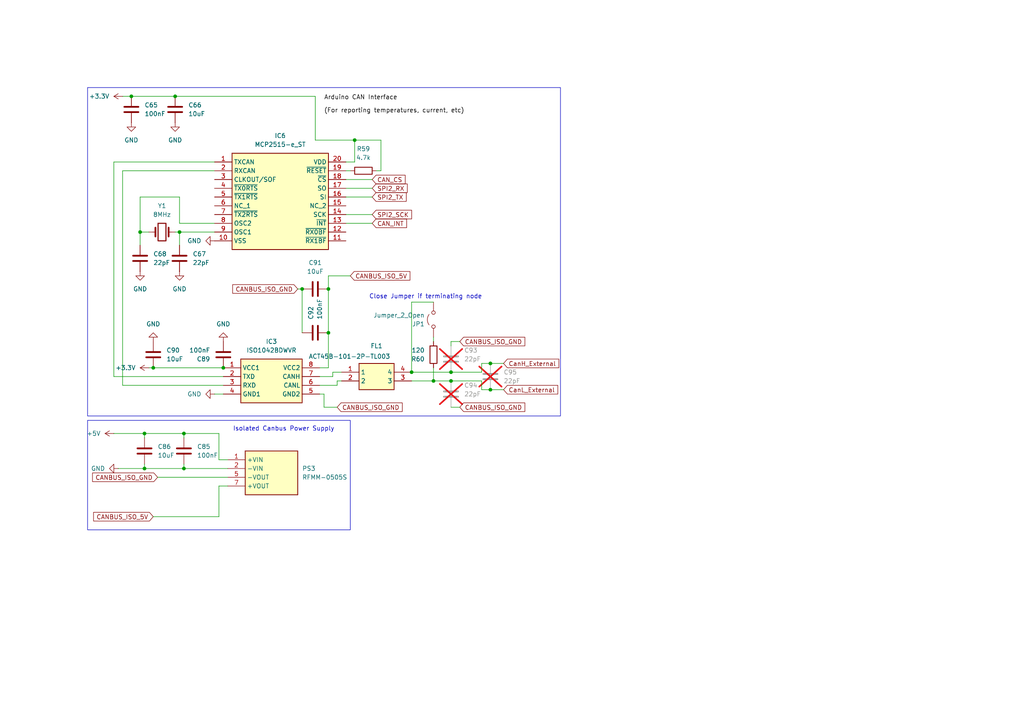
<source format=kicad_sch>
(kicad_sch (version 20250114) (generator "eeschema") (generator_version "9.0")
  (paper "A4")
  (lib_symbols
    (symbol "Device:C" (pin_numbers (hide yes)) (pin_names (offset 0.254))
      (property "Reference" "C" (at 0.635 2.54 0))
      (property "Value" "C" (at 0.635 -2.54 0))
      (symbol "C_0_1"
        (polyline (pts (xy -2.032 0.762) (xy 2.032 0.762)) (stroke (width 0.508)))
        (polyline (pts (xy -2.032 -0.762) (xy 2.032 -0.762)) (stroke (width 0.508)))
      )
      (symbol "C_1_1"
        (pin passive line (at 0 3.81 270) (length 2.794) (name "~") (number "1"))
        (pin passive line (at 0 -3.81 90) (length 2.794) (name "~") (number "2"))
      )
    )
    (symbol "Device:Crystal" (pin_numbers (hide yes)) (pin_names (offset 1.016) (hide yes))
      (property "Reference" "Y" (at 0 3.81 0))
      (property "Value" "Crystal" (at 0 -3.81 0))
      (symbol "Crystal_0_1"
        (polyline (pts (xy -2.54 0) (xy -1.905 0)))
        (polyline (pts (xy -1.905 -1.27) (xy -1.905 1.27)) (stroke (width 0.508)))
        (rectangle (start -1.143 2.54) (end 1.143 -2.54) (stroke (width 0.3048)))
        (polyline (pts (xy 1.905 -1.27) (xy 1.905 1.27)) (stroke (width 0.508)))
        (polyline (pts (xy 2.54 0) (xy 1.905 0)))
      )
      (symbol "Crystal_1_1"
        (pin passive line (at -3.81 0 0) (length 1.27) (name "1") (number "1"))
        (pin passive line (at 3.81 0 180) (length 1.27) (name "2") (number "2"))
      )
    )
    (symbol "Device:R" (pin_numbers (hide yes)) (pin_names (offset 0))
      (property "Reference" "R" (at 2.032 0 90))
      (property "Value" "R" (at 0 0 90))
      (symbol "R_0_1"
        (rectangle (start -1.016 -2.54) (end 1.016 2.54) (stroke (width 0.254)))
      )
      (symbol "R_1_1"
        (pin passive line (at 0 3.81 270) (length 1.27) (name "~") (number "1"))
        (pin passive line (at 0 -3.81 90) (length 1.27) (name "~") (number "2"))
      )
    )
    (symbol "InverterCom:ACT45B-101-2P-TL003"
      (property "Reference" "FL" (at 16.51 7.62 0))
      (property "Value" "ACT45B-101-2P-TL003" (at 16.51 5.08 0))
      (symbol "ACT45B-101-2P-TL003_1_1"
        (rectangle (start 5.08 2.54) (end 15.24 -5.08) (stroke (width 0.254)) (fill (type background)))
        (pin passive line (at 0 0 0) (length 5.08) (name "1") (number "1"))
        (pin passive line (at 0 -2.54 0) (length 5.08) (name "2") (number "2"))
        (pin passive line (at 20.32 0 180) (length 5.08) (name "4") (number "4"))
        (pin passive line (at 20.32 -2.54 180) (length 5.08) (name "3") (number "3"))
      )
    )
    (symbol "InverterCom:ISO1042BDWVR"
      (property "Reference" "IC" (at 24.13 7.62 0))
      (property "Value" "ISO1042BDWVR" (at 24.13 5.08 0))
      (symbol "ISO1042BDWVR_1_1"
        (rectangle (start 5.08 2.54) (end 22.86 -10.16) (stroke (width 0.254)) (fill (type background)))
        (pin passive line (at 0 0 0) (length 5.08) (name "VCC1") (number "1"))
        (pin passive line (at 0 -2.54 0) (length 5.08) (name "TXD") (number "2"))
        (pin passive line (at 0 -5.08 0) (length 5.08) (name "RXD") (number "3"))
        (pin passive line (at 0 -7.62 0) (length 5.08) (name "GND1") (number "4"))
        (pin passive line (at 27.94 0 180) (length 5.08) (name "VCC2") (number "8"))
        (pin passive line (at 27.94 -2.54 180) (length 5.08) (name "CANH") (number "7"))
        (pin passive line (at 27.94 -5.08 180) (length 5.08) (name "CANL") (number "6"))
        (pin passive line (at 27.94 -7.62 180) (length 5.08) (name "GND2") (number "5"))
      )
    )
    (symbol "InverterCom:MCP2515-e_ST"
      (property "Reference" "IC" (at 34.29 7.62 0))
      (property "Value" "MCP2515-e_ST" (at 34.29 5.08 0))
      (symbol "MCP2515-e_ST_1_1"
        (rectangle (start 5.08 2.54) (end 33.02 -25.4) (stroke (width 0.254)) (fill (type background)))
        (pin passive line (at 0 0 0) (length 5.08) (name "TXCAN") (number "1"))
        (pin passive line (at 0 -2.54 0) (length 5.08) (name "RXCAN") (number "2"))
        (pin passive line (at 0 -5.08 0) (length 5.08) (name "CLKOUT/SOF") (number "3"))
        (pin passive line (at 0 -7.62 0) (length 5.08) (name "~{TX0RTS}") (number "4"))
        (pin passive line (at 0 -10.16 0) (length 5.08) (name "~{TX1RTS}") (number "5"))
        (pin passive line (at 0 -12.7 0) (length 5.08) (name "NC_1") (number "6"))
        (pin passive line (at 0 -15.24 0) (length 5.08) (name "~{TX2RTS}") (number "7"))
        (pin passive line (at 0 -17.78 0) (length 5.08) (name "OSC2") (number "8"))
        (pin passive line (at 0 -20.32 0) (length 5.08) (name "OSC1") (number "9"))
        (pin passive line (at 0 -22.86 0) (length 5.08) (name "VSS") (number "10"))
        (pin passive line (at 38.1 0 180) (length 5.08) (name "VDD") (number "20"))
        (pin passive line (at 38.1 -2.54 180) (length 5.08) (name "~{RESET}") (number "19"))
        (pin passive line (at 38.1 -5.08 180) (length 5.08) (name "~{CS}") (number "18"))
        (pin passive line (at 38.1 -7.62 180) (length 5.08) (name "SO") (number "17"))
        (pin passive line (at 38.1 -10.16 180) (length 5.08) (name "SI") (number "16"))
        (pin passive line (at 38.1 -12.7 180) (length 5.08) (name "NC_2") (number "15"))
        (pin passive line (at 38.1 -15.24 180) (length 5.08) (name "SCK") (number "14"))
        (pin passive line (at 38.1 -17.78 180) (length 5.08) (name "~{INT}") (number "13"))
        (pin passive line (at 38.1 -20.32 180) (length 5.08) (name "~{RX0BF}") (number "12"))
        (pin passive line (at 38.1 -22.86 180) (length 5.08) (name "~{RX1BF}") (number "11"))
      )
    )
    (symbol "InverterCom:RFMM-0505S"
      (property "Reference" "PS" (at 21.59 7.62 0))
      (property "Value" "RFMM-0505S" (at 21.59 5.08 0))
      (symbol "RFMM-0505S_1_1"
        (rectangle (start 5.08 2.54) (end 20.32 -10.16) (stroke (width 0.254)) (fill (type background)))
        (pin passive line (at 0 0 0) (length 5.08) (name "+VIN") (number "1"))
        (pin passive line (at 0 -2.54 0) (length 5.08) (name "-VIN") (number "2"))
        (pin passive line (at 0 -5.08 0) (length 5.08) (name "-VOUT") (number "5"))
        (pin passive line (at 0 -7.62 0) (length 5.08) (name "+VOUT") (number "7"))
      )
    )
    (symbol "Jumper:Jumper_2_Open" (pin_numbers (hide yes)) (pin_names (offset 0) (hide yes)) (exclude_from_sim yes)
      (property "Reference" "JP" (at 0 2.794 0))
      (property "Value" "Jumper_2_Open" (at 0 -2.286 0))
      (symbol "Jumper_2_Open_0_0"
        (circle (center -2.032 0) (radius 0.508))
        (circle (center 2.032 0) (radius 0.508))
      )
      (symbol "Jumper_2_Open_0_1"
        (arc (start -1.524 1.27) (mid 0 1.778) (end 1.524 1.27))
      )
      (symbol "Jumper_2_Open_1_1"
        (pin passive line (at -5.08 0 0) (length 2.54) (name "A") (number "1"))
        (pin passive line (at 5.08 0 180) (length 2.54) (name "B") (number "2"))
      )
    )
    (symbol "power:+3.3V" (power) (pin_numbers (hide yes)) (pin_names (offset 0) (hide yes))
      (property "Value" "+3.3V" (at 0 3.556 0))
      (symbol "+3.3V_0_1"
        (polyline (pts (xy -0.762 1.27) (xy 0 2.54)))
        (polyline (pts (xy 0 2.54) (xy 0.762 1.27)))
        (polyline (pts (xy 0 0) (xy 0 2.54)))
      )
      (symbol "+3.3V_1_1"
        (pin power_in line (at 0 0 90) (length 0) (name "~") (number "1"))
      )
    )
    (symbol "power:+5V" (power) (pin_numbers (hide yes)) (pin_names (offset 0) (hide yes))
      (property "Value" "+5V" (at 0 3.556 0))
      (symbol "+5V_0_1"
        (polyline (pts (xy -0.762 1.27) (xy 0 2.54)))
        (polyline (pts (xy 0 2.54) (xy 0.762 1.27)))
        (polyline (pts (xy 0 0) (xy 0 2.54)))
      )
      (symbol "+5V_1_1"
        (pin power_in line (at 0 0 90) (length 0) (name "~") (number "1"))
      )
    )
    (symbol "power:GND" (power) (pin_numbers (hide yes)) (pin_names (offset 0) (hide yes))
      (property "Value" "GND" (at 0 -3.81 0))
      (symbol "GND_0_1"
        (polyline (pts (xy 0 0) (xy 0 -1.27) (xy 1.27 -1.27) (xy 0 -2.54) (xy -1.27 -1.27) (xy 0 -1.27)))
      )
      (symbol "GND_1_1"
        (pin power_in line (at 0 0 270) (length 0) (name "~") (number "1"))
      )
    )
  )
  (rectangle (start 25.4 25.4) (end 162.56 120.65))
  (rectangle (start 25.4 121.92) (end 101.6 153.67))
  (text "Close Jumper if terminating node\n" (at 123.444 86.106 0) (effects (font (size 1.27 1.27))))
  (text "Isolated Canbus Power Supply\n" (at 82.296 124.46 0) (effects (font (size 1.27 1.27))))
  (junction (at 44.45 106.68))
  (junction (at 142.24 113.03))
  (junction (at 40.64 67.31))
  (junction (at 119.38 107.95))
  (junction (at 95.25 96.52))
  (junction (at 53.34 135.89))
  (junction (at 142.24 105.41))
  (junction (at 53.34 125.73))
  (junction (at 125.73 110.49))
  (junction (at 50.8 27.94))
  (junction (at 41.91 135.89))
  (junction (at 41.91 125.73))
  (junction (at 130.81 110.49))
  (junction (at 102.87 40.64))
  (junction (at 130.81 107.95))
  (junction (at 87.63 83.82))
  (junction (at 64.77 106.68))
  (junction (at 38.1 27.94))
  (junction (at 52.07 67.31))
  (junction (at 95.25 83.82))
  (wire (pts (xy 110.49 40.64) (xy 102.87 40.64)))
  (wire (pts (xy 97.79 111.76) (xy 92.71 111.76)))
  (wire (pts (xy 63.5 125.73) (xy 63.5 133.35)))
  (wire (pts (xy 139.7 113.03) (xy 142.24 113.03)))
  (wire (pts (xy 41.91 135.89) (xy 53.34 135.89)))
  (wire (pts (xy 100.33 62.23) (xy 107.95 62.23)))
  (wire (pts (xy 100.33 46.99) (xy 102.87 46.99)))
  (wire (pts (xy 95.25 83.82) (xy 95.25 96.52)))
  (wire (pts (xy 96.52 107.95) (xy 96.52 109.22)))
  (wire (pts (xy 53.34 125.73) (xy 63.5 125.73)))
  (wire (pts (xy 53.34 134.62) (xy 53.34 135.89)))
  (wire (pts (xy 35.56 111.76) (xy 64.77 111.76)))
  (wire (pts (xy 44.45 149.86) (xy 63.5 149.86)))
  (wire (pts (xy 35.56 49.53) (xy 35.56 111.76)))
  (wire (pts (xy 41.91 125.73) (xy 53.34 125.73)))
  (wire (pts (xy 35.56 49.53) (xy 62.23 49.53)))
  (wire (pts (xy 35.56 27.94) (xy 38.1 27.94)))
  (wire (pts (xy 96.52 109.22) (xy 92.71 109.22)))
  (wire (pts (xy 97.79 110.49) (xy 97.79 111.76)))
  (wire (pts (xy 101.6 80.01) (xy 95.25 80.01)))
  (wire (pts (xy 93.98 114.3) (xy 92.71 114.3)))
  (wire (pts (xy 95.25 106.68) (xy 92.71 106.68)))
  (wire (pts (xy 139.7 113.03) (xy 139.7 110.49)))
  (wire (pts (xy 34.29 135.89) (xy 41.91 135.89)))
  (wire (pts (xy 93.98 118.11) (xy 93.98 114.3)))
  (wire (pts (xy 100.33 49.53) (xy 101.6 49.53)))
  (wire (pts (xy 125.73 97.79) (xy 125.73 99.06)))
  (wire (pts (xy 44.45 106.68) (xy 64.77 106.68)))
  (wire (pts (xy 130.81 99.06) (xy 130.81 100.33)))
  (wire (pts (xy 100.33 64.77) (xy 107.95 64.77)))
  (wire (pts (xy 41.91 134.62) (xy 41.91 135.89)))
  (wire (pts (xy 125.73 87.63) (xy 119.38 87.63)))
  (wire (pts (xy 62.23 64.77) (xy 52.07 64.77)))
  (wire (pts (xy 102.87 46.99) (xy 102.87 40.64)))
  (wire (pts (xy 52.07 64.77) (xy 52.07 57.15)))
  (wire (pts (xy 97.79 118.11) (xy 93.98 118.11)))
  (wire (pts (xy 139.7 105.41) (xy 139.7 107.95)))
  (wire (pts (xy 91.44 27.94) (xy 50.8 27.94)))
  (wire (pts (xy 40.64 67.31) (xy 40.64 71.12)))
  (wire (pts (xy 100.33 52.07) (xy 107.95 52.07)))
  (wire (pts (xy 125.73 110.49) (xy 130.81 110.49)))
  (wire (pts (xy 142.24 105.41) (xy 146.05 105.41)))
  (wire (pts (xy 38.1 27.94) (xy 50.8 27.94)))
  (wire (pts (xy 119.38 107.95) (xy 130.81 107.95)))
  (wire (pts (xy 45.72 138.43) (xy 66.04 138.43)))
  (wire (pts (xy 96.52 107.95) (xy 99.06 107.95)))
  (wire (pts (xy 63.5 140.97) (xy 63.5 149.86)))
  (wire (pts (xy 139.7 105.41) (xy 142.24 105.41)))
  (wire (pts (xy 119.38 110.49) (xy 125.73 110.49)))
  (wire (pts (xy 33.02 46.99) (xy 33.02 109.22)))
  (wire (pts (xy 91.44 40.64) (xy 91.44 27.94)))
  (wire (pts (xy 100.33 57.15) (xy 107.95 57.15)))
  (wire (pts (xy 62.23 114.3) (xy 64.77 114.3)))
  (wire (pts (xy 52.07 67.31) (xy 62.23 67.31)))
  (wire (pts (xy 130.81 110.49) (xy 139.7 110.49)))
  (wire (pts (xy 50.8 67.31) (xy 52.07 67.31)))
  (wire (pts (xy 95.25 80.01) (xy 95.25 83.82)))
  (wire (pts (xy 86.36 83.82) (xy 87.63 83.82)))
  (wire (pts (xy 100.33 54.61) (xy 107.95 54.61)))
  (wire (pts (xy 53.34 125.73) (xy 53.34 127)))
  (wire (pts (xy 110.49 49.53) (xy 110.49 40.64)))
  (wire (pts (xy 43.18 106.68) (xy 44.45 106.68)))
  (wire (pts (xy 130.81 118.11) (xy 133.35 118.11)))
  (wire (pts (xy 97.79 110.49) (xy 99.06 110.49)))
  (wire (pts (xy 53.34 135.89) (xy 66.04 135.89)))
  (wire (pts (xy 63.5 133.35) (xy 66.04 133.35)))
  (wire (pts (xy 66.04 140.97) (xy 63.5 140.97)))
  (wire (pts (xy 33.02 109.22) (xy 64.77 109.22)))
  (wire (pts (xy 95.25 96.52) (xy 95.25 106.68)))
  (wire (pts (xy 130.81 107.95) (xy 139.7 107.95)))
  (wire (pts (xy 125.73 106.68) (xy 125.73 110.49)))
  (wire (pts (xy 142.24 113.03) (xy 146.05 113.03)))
  (wire (pts (xy 133.35 99.06) (xy 130.81 99.06)))
  (wire (pts (xy 40.64 57.15) (xy 40.64 67.31)))
  (wire (pts (xy 52.07 57.15) (xy 40.64 57.15)))
  (wire (pts (xy 119.38 87.63) (xy 119.38 107.95)))
  (wire (pts (xy 52.07 71.12) (xy 52.07 67.31)))
  (wire (pts (xy 33.02 125.73) (xy 41.91 125.73)))
  (wire (pts (xy 109.22 49.53) (xy 110.49 49.53)))
  (wire (pts (xy 91.44 40.64) (xy 102.87 40.64)))
  (wire (pts (xy 87.63 83.82) (xy 87.63 96.52)))
  (wire (pts (xy 33.02 46.99) (xy 62.23 46.99)))
  (wire (pts (xy 40.64 67.31) (xy 43.18 67.31)))
  (wire (pts (xy 41.91 125.73) (xy 41.91 127)))
  (label "(For reporting temperatures, current, etc)" (at 93.98 33.02 0))
  (label "Arduino CAN Interface" (at 93.98 29.21 0))
  (global_label "CANBUS_ISO_GND" (shape input) (at 133.35 99.06 0) (property "Intersheetrefs" "${INTERSHEET_REFS}" (effects (hide yes))))
  (global_label "CAN_INT" (shape input) (at 107.95 64.77 0) (property "Intersheetrefs" "${INTERSHEET_REFS}" (effects (hide yes))))
  (global_label "CanL_External" (shape input) (at 146.05 113.03 0) (property "Intersheetrefs" "${INTERSHEET_REFS}" (effects (hide yes))))
  (global_label "SPI2_TX" (shape input) (at 107.95 57.15 0) (property "Intersheetrefs" "${INTERSHEET_REFS}" (effects (hide yes))))
  (global_label "CANBUS_ISO_5V" (shape input) (at 44.45 149.86 180) (property "Intersheetrefs" "${INTERSHEET_REFS}" (effects (hide yes))))
  (global_label "CANBUS_ISO_GND" (shape input) (at 45.72 138.43 180) (property "Intersheetrefs" "${INTERSHEET_REFS}" (effects (hide yes))))
  (global_label "CANBUS_ISO_GND" (shape input) (at 86.36 83.82 180) (property "Intersheetrefs" "${INTERSHEET_REFS}" (effects (hide yes))))
  (global_label "SPI2_RX" (shape input) (at 107.95 54.61 0) (property "Intersheetrefs" "${INTERSHEET_REFS}" (effects (hide yes))))
  (global_label "CANBUS_ISO_GND" (shape input) (at 97.79 118.11 0) (property "Intersheetrefs" "${INTERSHEET_REFS}" (effects (hide yes))))
  (global_label "CANBUS_ISO_5V" (shape input) (at 101.6 80.01 0) (property "Intersheetrefs" "${INTERSHEET_REFS}" (effects (hide yes))))
  (global_label "SPI2_SCK" (shape input) (at 107.95 62.23 0) (property "Intersheetrefs" "${INTERSHEET_REFS}" (effects (hide yes))))
  (global_label "CANBUS_ISO_GND" (shape input) (at 133.35 118.11 0) (property "Intersheetrefs" "${INTERSHEET_REFS}" (effects (hide yes))))
  (global_label "CAN_CS" (shape input) (at 107.95 52.07 0) (property "Intersheetrefs" "${INTERSHEET_REFS}" (effects (hide yes))))
  (global_label "CanH_External" (shape input) (at 146.05 105.41 0) (property "Intersheetrefs" "${INTERSHEET_REFS}" (effects (hide yes))))
  (symbol (lib_id "power:GND") (at 64.77 99.06 180) (unit 1)
    (property "Reference" "#PWR089" (effects (hide yes)))
    (property "Value" "GND" (at 64.77 93.98 0))
    (property "Description" "Power symbol creates a global label with name \"GND\" , ground" (effects (hide yes)))
  )
  (symbol (lib_id "power:GND") (at 52.07 78.74 0) (unit 1)
    (property "Reference" "#PWR083" (effects (hide yes)))
    (property "Value" "GND" (at 52.07 83.82 0))
    (property "Description" "Power symbol creates a global label with name \"GND\" , ground" (effects (hide yes)))
  )
  (symbol (lib_id "power:GND") (at 34.29 135.89 270) (unit 1)
    (property "Reference" "#PWR0103" (effects (hide yes)))
    (property "Value" "GND" (at 30.48 135.8899 90) (effects (justify right)))
    (property "Description" "Power symbol creates a global label with name \"GND\" , ground" (effects (hide yes)))
  )
  (symbol (lib_id "power:+3.3V") (at 43.18 106.68 90) (unit 1)
    (property "Reference" "#PWR04" (effects (hide yes)))
    (property "Value" "+3.3V" (at 39.37 106.6799 90) (effects (justify left)))
    (property "Description" "Power symbol creates a global label with name \"+3.3V\"" (effects (hide yes)))
  )
  (symbol (lib_id "Device:Crystal") (at 46.99 67.31 0) (unit 1)
    (property "Reference" "Y1" (at 46.99 59.69 0))
    (property "Value" "8MHz" (at 46.99 62.23 0))
    (property "Footprint" "Crystal:Crystal_HC49-4H_Vertical" (effects (hide yes)))
    (property "Description" "Two pin crystal" (effects (hide yes)))
  )
  (symbol (lib_id "Device:R") (at 125.73 102.87 0) (unit 1)
    (property "Reference" "R60" (at 123.19 104.1401 0) (effects (justify right)))
    (property "Value" "120" (at 123.19 101.6001 0) (effects (justify right)))
    (property "Footprint" "Resistor_SMD:R_1210_3225Metric_Pad1.30x2.65mm_HandSolder" (effects (hide yes)))
    (property "Description" "Resistor" (effects (hide yes)))
  )
  (symbol (lib_id "Device:C") (at 130.81 114.3 0) (unit 1) (dnp yes)
    (property "Reference" "C94" (at 134.62 111.7599 0) (effects (justify left)))
    (property "Value" "22pF" (at 134.62 114.2999 0) (effects (justify left)))
    (property "Footprint" "Capacitor_SMD:C_1210_3225Metric_Pad1.33x2.70mm_HandSolder" (effects (hide yes)))
    (property "Description" "Unpolarized capacitor" (effects (hide yes)))
  )
  (symbol (lib_id "power:GND") (at 50.8 35.56 0) (unit 1)
    (property "Reference" "#PWR081" (effects (hide yes)))
    (property "Value" "GND" (at 50.8 40.64 0))
    (property "Description" "Power symbol creates a global label with name \"GND\" , ground" (effects (hide yes)))
  )
  (symbol (lib_id "Device:C") (at 38.1 31.75 0) (unit 1)
    (property "Reference" "C65" (at 41.91 30.4799 0) (effects (justify left)))
    (property "Value" "100nF" (at 41.91 33.02 0) (effects (justify left)))
    (property "Footprint" "Capacitor_SMD:C_1210_3225Metric_Pad1.33x2.70mm_HandSolder" (effects (hide yes)))
    (property "Description" "Unpolarized capacitor" (effects (hide yes)))
  )
  (symbol (lib_id "power:+3.3V") (at 35.56 27.94 90) (unit 1)
    (property "Reference" "#PWR03" (effects (hide yes)))
    (property "Value" "+3.3V" (at 31.75 27.9399 90) (effects (justify left)))
    (property "Description" "Power symbol creates a global label with name \"+3.3V\"" (effects (hide yes)))
  )
  (symbol (lib_id "InverterCom:ISO1042BDWVR") (at 64.77 106.68 0) (unit 1)
    (property "Reference" "IC3" (at 78.74 99.06 0))
    (property "Value" "ISO1042BDWVR" (at 78.74 101.6 0))
    (property "Footprint" "InverterCom:SOIC127P1150X280-8N" (effects (hide yes)))
    (property "Datasheet" "http://www.ti.com/lit/gpn/ISO1042" (effects (hide yes)))
    (property "Description" "Isolated CAN Transceiver With 70-V Bus Fault Protection and Flexible Data Rate" (effects (hide yes)))
    (property "Height" "2.8" (effects (hide yes)))
    (property "Mouser Part Number" "595-ISO1042BDWVR" (effects (hide yes)))
    (property "Mouser Price/Stock" "https://www.mouser.co.uk/ProductDetail/Texas-Instruments/ISO1042BDWVR?qs=qSfuJ%252Bfl%2Fd68DAhWt0GTEQ%3D%3D" (effects (hide yes)))
    (property "Manufacturer_Name" "Texas Instruments" (effects (hide yes)))
    (property "Manufacturer_Part_Number" "ISO1042BDWVR" (effects (hide yes)))
  )
  (symbol (lib_id "power:GND") (at 62.23 69.85 270) (unit 1)
    (property "Reference" "#PWR082" (effects (hide yes)))
    (property "Value" "GND" (at 58.42 69.8499 90) (effects (justify right)))
    (property "Description" "Power symbol creates a global label with name \"GND\" , ground" (effects (hide yes)))
  )
  (symbol (lib_id "InverterCom:MCP2515-e_ST") (at 62.23 46.99 0) (unit 1)
    (property "Reference" "IC6" (at 81.28 39.37 0))
    (property "Value" "MCP2515-e_ST" (at 81.28 41.91 0))
    (property "Footprint" "InverterCom:SOP65P640X120-20N" (effects (hide yes)))
    (property "Datasheet" "https://datasheet.datasheetarchive.com/originals/distributors/SFDatasheet-4/sf-00090060.pdf" (effects (hide yes)))
    (property "Description" "CAN controller with SPI, 125 degC" (effects (hide yes)))
    (property "Height" "1.2" (effects (hide yes)))
    (property "Mouser Part Number" "579-MCP2515-E/ST" (effects (hide yes)))
    (property "Mouser Price/Stock" "https://www.mouser.co.uk/ProductDetail/Microchip-Technology/MCP2515-E-ST?qs=y1t9dHv1DsIvDWDHTyyG6w%3D%3D" (effects (hide yes)))
    (property "Manufacturer_Name" "Microchip" (effects (hide yes)))
    (property "Manufacturer_Part_Number" "MCP2515-e/ST" (effects (hide yes)))
  )
  (symbol (lib_id "Device:C") (at 50.8 31.75 0) (unit 1)
    (property "Reference" "C66" (at 54.61 30.4799 0) (effects (justify left)))
    (property "Value" "10uF" (at 54.61 33.0199 0) (effects (justify left)))
    (property "Footprint" "Capacitor_SMD:C_1210_3225Metric_Pad1.33x2.70mm_HandSolder" (effects (hide yes)))
    (property "Description" "Unpolarized capacitor" (effects (hide yes)))
  )
  (symbol (lib_id "Device:C") (at 91.44 83.82 270) (unit 1)
    (property "Reference" "C91" (at 91.44 76.2 90))
    (property "Value" "10uF" (at 91.44 78.74 90))
    (property "Footprint" "Capacitor_SMD:C_1210_3225Metric_Pad1.33x2.70mm_HandSolder" (effects (hide yes)))
    (property "Description" "Unpolarized capacitor" (effects (hide yes)))
  )
  (symbol (lib_id "Jumper:Jumper_2_Open") (at 125.73 92.71 90) (unit 1) (exclude_from_sim yes)
    (property "Reference" "JP1" (at 123.19 93.9801 90) (effects (justify left)))
    (property "Value" "Jumper_2_Open" (at 123.19 91.4401 90) (effects (justify left)))
    (property "Footprint" "Connector_PinHeader_2.54mm:PinHeader_1x02_P2.54mm_Vertical" (effects (hide yes)))
    (property "Description" "Jumper, 2-pole, open" (effects (hide yes)))
  )
  (symbol (lib_id "Device:C") (at 52.07 74.93 0) (unit 1)
    (property "Reference" "C67" (at 55.88 73.6599 0) (effects (justify left)))
    (property "Value" "22pF" (at 55.88 76.1999 0) (effects (justify left)))
    (property "Footprint" "Capacitor_SMD:C_1210_3225Metric_Pad1.33x2.70mm_HandSolder" (effects (hide yes)))
    (property "Description" "Unpolarized capacitor" (effects (hide yes)))
  )
  (symbol (lib_id "power:GND") (at 38.1 35.56 0) (unit 1)
    (property "Reference" "#PWR080" (effects (hide yes)))
    (property "Value" "GND" (at 38.1 40.64 0))
    (property "Description" "Power symbol creates a global label with name \"GND\" , ground" (effects (hide yes)))
  )
  (symbol (lib_id "Device:C") (at 130.81 104.14 0) (unit 1) (dnp yes)
    (property "Reference" "C93" (at 134.62 101.5999 0) (effects (justify left)))
    (property "Value" "22pF" (at 134.62 104.1399 0) (effects (justify left)))
    (property "Footprint" "Capacitor_SMD:C_1210_3225Metric_Pad1.33x2.70mm_HandSolder" (effects (hide yes)))
    (property "Description" "Unpolarized capacitor" (effects (hide yes)))
  )
  (symbol (lib_id "Device:C") (at 91.44 96.52 90) (unit 1)
    (property "Reference" "C92" (at 90.1699 92.71 0) (effects (justify left)))
    (property "Value" "100nF" (at 92.71 92.71 0) (effects (justify left)))
    (property "Footprint" "Capacitor_SMD:C_1210_3225Metric_Pad1.33x2.70mm_HandSolder" (effects (hide yes)))
    (property "Description" "Unpolarized capacitor" (effects (hide yes)))
  )
  (symbol (lib_id "InverterCom:RFMM-0505S") (at 66.04 133.35 0) (unit 1)
    (property "Reference" "PS3" (at 87.63 135.8899 0) (effects (justify left)))
    (property "Value" "RFMM-0505S" (at 87.63 138.4299 0) (effects (justify left)))
    (property "Footprint" "InverterCom:RFMM0505S" (effects (hide yes)))
    (property "Datasheet" "https://www.recom-power.com/pdf/Econoline/RFMM.pdf" (effects (hide yes)))
    (property "Description" "Isolated DC/DC Converters 1W 5Vin 5Vout 200mA SIP7" (effects (hide yes)))
    (property "Height" "10.7" (effects (hide yes)))
    (property "Mouser Part Number" "919-RFMM-0505S" (effects (hide yes)))
    (property "Mouser Price/Stock" "https://www.mouser.co.uk/ProductDetail/RECOM-Power/RFMM-0505S?qs=lYGu3FyN48cLA%2FDlNgurmw%3D%3D" (effects (hide yes)))
    (property "Manufacturer_Name" "RECOM Power" (effects (hide yes)))
    (property "Manufacturer_Part_Number" "RFMM-0505S" (effects (hide yes)))
  )
  (symbol (lib_id "power:+5V") (at 33.02 125.73 90) (unit 1)
    (property "Reference" "#PWR022" (effects (hide yes)))
    (property "Value" "+5V" (at 29.21 125.7299 90) (effects (justify left)))
    (property "Description" "Power symbol creates a global label with name \"+5V\"" (effects (hide yes)))
  )
  (symbol (lib_id "Device:C") (at 40.64 74.93 0) (unit 1)
    (property "Reference" "C68" (at 44.45 73.6599 0) (effects (justify left)))
    (property "Value" "22pF" (at 44.45 76.1999 0) (effects (justify left)))
    (property "Footprint" "Capacitor_SMD:C_1210_3225Metric_Pad1.33x2.70mm_HandSolder" (effects (hide yes)))
    (property "Description" "Unpolarized capacitor" (effects (hide yes)))
  )
  (symbol (lib_id "Device:C") (at 53.34 130.81 0) (unit 1)
    (property "Reference" "C85" (at 57.15 129.5399 0) (effects (justify left)))
    (property "Value" "100nF" (at 57.15 132.0799 0) (effects (justify left)))
    (property "Footprint" "Capacitor_SMD:C_1210_3225Metric_Pad1.33x2.70mm_HandSolder" (effects (hide yes)))
    (property "Description" "Unpolarized capacitor" (effects (hide yes)))
  )
  (symbol (lib_id "InverterCom:ACT45B-101-2P-TL003") (at 99.06 107.95 0) (unit 1)
    (property "Reference" "FL1" (at 109.22 100.33 0))
    (property "Value" "ACT45B-101-2P-TL003" (at 101.346 103.378 0))
    (property "Footprint" "InverterCom:ACT45B1012PTL003" (effects (hide yes)))
    (property "Datasheet" "https://product.tdk.com/system/files/dam/doc/product/emc/emc/cmf_cmc/catalog/cmf_automotive_signal_act45b_en.pdf" (effects (hide yes)))
    (property "Description" "Common Mode Filters / Chokes, |Z|=5800 at 10MHz, L x W x T :" (effects (hide yes)))
    (property "Height" "3" (effects (hide yes)))
    (property "Mouser Part Number" "810-ACT45B1012PTL003" (effects (hide yes)))
    (property "Mouser Price/Stock" "https://www.mouser.co.uk/ProductDetail/TDK/ACT45B-101-2P-TL003?qs=SKgu1TwNDxoLFWvwfqJuJA%3D%3D" (effects (hide yes)))
    (property "Manufacturer_Name" "TDK" (effects (hide yes)))
    (property "Manufacturer_Part_Number" "ACT45B-101-2P-TL003" (effects (hide yes)))
  )
  (symbol (lib_id "power:GND") (at 44.45 99.06 180) (unit 1)
    (property "Reference" "#PWR090" (effects (hide yes)))
    (property "Value" "GND" (at 44.45 93.98 0))
    (property "Description" "Power symbol creates a global label with name \"GND\" , ground" (effects (hide yes)))
  )
  (symbol (lib_id "power:GND") (at 62.23 114.3 270) (unit 1)
    (property "Reference" "#PWR086" (effects (hide yes)))
    (property "Value" "GND" (at 58.42 114.2999 90) (effects (justify right)))
    (property "Description" "Power symbol creates a global label with name \"GND\" , ground" (effects (hide yes)))
  )
  (symbol (lib_id "Device:C") (at 44.45 102.87 0) (unit 1)
    (property "Reference" "C90" (at 48.26 101.5999 0) (effects (justify left)))
    (property "Value" "10uF" (at 48.26 104.1399 0) (effects (justify left)))
    (property "Footprint" "Capacitor_SMD:C_1210_3225Metric_Pad1.33x2.70mm_HandSolder" (effects (hide yes)))
    (property "Description" "Unpolarized capacitor" (effects (hide yes)))
  )
  (symbol (lib_id "Device:R") (at 105.41 49.53 90) (unit 1)
    (property "Reference" "R59" (at 105.41 43.18 90))
    (property "Value" "4.7k" (at 105.41 45.72 90))
    (property "Footprint" "Resistor_SMD:R_1210_3225Metric_Pad1.30x2.65mm_HandSolder" (effects (hide yes)))
    (property "Description" "Resistor" (effects (hide yes)))
  )
  (symbol (lib_id "Device:C") (at 142.24 109.22 0) (unit 1) (dnp yes)
    (property "Reference" "C95" (at 146.05 107.9499 0) (effects (justify left)))
    (property "Value" "22pF" (at 146.05 110.4899 0) (effects (justify left)))
    (property "Footprint" "Capacitor_SMD:C_1210_3225Metric_Pad1.33x2.70mm_HandSolder" (effects (hide yes)))
    (property "Description" "Unpolarized capacitor" (effects (hide yes)))
  )
  (symbol (lib_id "Device:C") (at 64.77 102.87 180) (unit 1)
    (property "Reference" "C89" (at 60.96 104.1401 0) (effects (justify left)))
    (property "Value" "100nF" (at 60.96 101.6 0) (effects (justify left)))
    (property "Footprint" "Capacitor_SMD:C_1210_3225Metric_Pad1.33x2.70mm_HandSolder" (effects (hide yes)))
    (property "Description" "Unpolarized capacitor" (effects (hide yes)))
  )
  (symbol (lib_id "Device:C") (at 41.91 130.81 0) (unit 1)
    (property "Reference" "C86" (at 45.72 129.5399 0) (effects (justify left)))
    (property "Value" "10uF" (at 45.72 132.0799 0) (effects (justify left)))
    (property "Footprint" "Capacitor_SMD:C_1210_3225Metric_Pad1.33x2.70mm_HandSolder" (effects (hide yes)))
    (property "Description" "Unpolarized capacitor" (effects (hide yes)))
  )
  (symbol (lib_id "power:GND") (at 40.64 78.74 0) (unit 1)
    (property "Reference" "#PWR084" (effects (hide yes)))
    (property "Value" "GND" (at 40.64 83.82 0))
    (property "Description" "Power symbol creates a global label with name \"GND\" , ground" (effects (hide yes)))
  )
)
</source>
